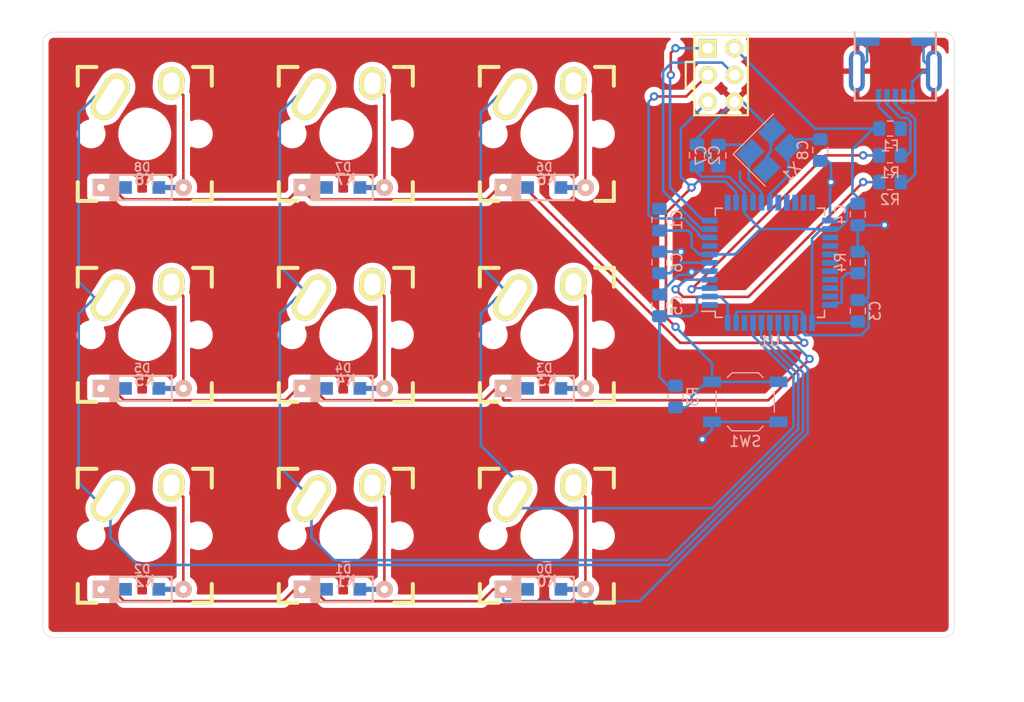
<source format=kicad_pcb>
(kicad_pcb (version 20171130) (host pcbnew 5.1.5-52549c5~84~ubuntu18.04.1)
  (layers (0 F.Cu signal) (31 B.Cu signal) (34 B.Paste user) (35 F.Paste user) (36 B.SilkS user) (37 F.SilkS user) (38 B.Mask user) (39 F.Mask user) (44 Edge.Cuts user))
  (net 0 "")
  (net 1 GND)
  (net 2 VCC)
  (net 3 "Net-(C6-Pad1)")
  (net 4 /xtalgnd/xtal1)
  (net 5 /xtalgnd/xtal2)
  (net 6 "Net-(D0-Pad2)")
  (net 7 Mrow0)
  (net 8 "Net-(D1-Pad2)")
  (net 9 "Net-(D2-Pad2)")
  (net 10 "Net-(D3-Pad2)")
  (net 11 Mrow1)
  (net 12 "Net-(D4-Pad2)")
  (net 13 "Net-(D5-Pad2)")
  (net 14 "Net-(D6-Pad2)")
  (net 15 Mrow2)
  (net 16 "Net-(D7-Pad2)")
  (net 17 "Net-(D8-Pad2)")
  (net 18 "Net-(F1-Pad2)")
  (net 19 "Net-(J1-Pad4)")
  (net 20 "Net-(J1-Pad3)")
  (net 21 "Net-(J1-Pad2)")
  (net 22 /resetSwitch/reset)
  (net 23 /avrisp/miso)
  (net 24 Mcol0)
  (net 25 Mcol1)
  (net 26 Mcol2)
  (net 27 "Net-(R1-Pad1)")
  (net 28 "Net-(R2-Pad1)")
  (net 29 "Net-(R4-Pad2)")
  (net 30 "Net-(U1-Pad42)")
  (net 31 "Net-(U1-Pad32)")
  (net 32 "Net-(U1-Pad31)")
  (net 33 "Net-(U1-Pad30)")
  (net 34 "Net-(U1-Pad29)")
  (net 35 "Net-(U1-Pad28)")
  (net 36 "Net-(U1-Pad27)")
  (net 37 "Net-(U1-Pad26)")
  (net 38 "Net-(U1-Pad25)")
  (net 39 "Net-(U1-Pad22)")
  (net 40 "Net-(U1-Pad21)")
  (net 41 "Net-(U1-Pad20)")
  (net 42 "Net-(U1-Pad19)")
  (net 43 "Net-(U1-Pad18)")
  (net 44 "Net-(U1-Pad12)")
  (net 45 "Net-(U1-Pad1)")
  (net 46 /avrisp/mosi)
  (net 47 /avrisp/sck)
  (net 48 "Net-(U1-Pad8)")
  (module keebs:Mx_Alps_100 (layer F.Cu) (at 132.588 73.66)
    (fp_text reference K6 (at 0 4.318) (layer B.SilkS) (effects (font (thickness 0.2)) (justify mirror)))
    (fp_text value KEYSW hide)
    (pad 2 thru_hole oval (at 2.52 -4.79 356.1) (size 2.5 3.08) (drill oval 1.5 2.08) (layers *.Cu *.Mask F.SilkS) (net 14 "Net-(D6-Pad2)"))
    (pad 1 thru_hole oval (at -3.255 -3.52 327.5) (size 2.5 4.75) (drill oval 1.5 3.75) (layers *.Cu *.Mask F.SilkS) (net 24 Mcol0))
    (pad HOLE np_thru_hole circle (at 5.08 0) (size 1.7018 1.7018) (drill 1.7018) (layers *.Cu))
    (pad HOLE np_thru_hole circle (at -5.08 0) (size 1.7018 1.7018) (drill 1.7018) (layers *.Cu))
    (pad HOLE np_thru_hole circle (at 0 0) (size 3.9878 3.9878) (drill 3.9878) (layers *.Cu))
  )
  (module keebs:Mx_Alps_100 (layer F.Cu) (at 132.588 111.76)
    (fp_text reference K0 (at 0 4.318) (layer B.SilkS) (effects (font (thickness 0.2)) (justify mirror)))
    (fp_text value KEYSW hide)
    (pad 2 thru_hole oval (at 2.52 -4.79 356.1) (size 2.5 3.08) (drill oval 1.5 2.08) (layers *.Cu *.Mask F.SilkS) (net 6 "Net-(D0-Pad2)"))
    (pad 1 thru_hole oval (at -3.255 -3.52 327.5) (size 2.5 4.75) (drill oval 1.5 3.75) (layers *.Cu *.Mask F.SilkS) (net 24 Mcol0))
    (pad HOLE np_thru_hole circle (at 5.08 0) (size 1.7018 1.7018) (drill 1.7018) (layers *.Cu))
    (pad HOLE np_thru_hole circle (at -5.08 0) (size 1.7018 1.7018) (drill 1.7018) (layers *.Cu))
    (pad HOLE np_thru_hole circle (at 0 0) (size 3.9878 3.9878) (drill 3.9878) (layers *.Cu))
  )
  (module Button_Switch_SMD:SW_SPST_TL3342 (layer B.Cu) (at 151.384 99.06)
    (fp_text reference SW1 (at 0 3.75) (layer B.SilkS) (effects (justify mirror)))
    (fp_text value SW_PUSH)
    (pad 2 smd rect (at 3.15 -1.9) (size 1.7 1) (layers B.Cu B.Paste B.Mask) (net 22 /resetSwitch/reset))
    (pad 2 smd rect (at -3.15 -1.9) (size 1.7 1) (layers B.Cu B.Paste B.Mask) (net 22 /resetSwitch/reset))
    (pad 1 smd rect (at 3.15 1.9) (size 1.7 1) (layers B.Cu B.Paste B.Mask) (net 1 GND))
    (pad 1 smd rect (at -3.15 1.9) (size 1.7 1) (layers B.Cu B.Paste B.Mask) (net 1 GND))
  )
  (module keyboard_parts:D_SOD123_axial (layer B.Cu) (at 94.243 78.74)
    (fp_text reference D8 (at 0 -1.925) (layer B.SilkS) (effects (font (size 0.8 0.8)) (justify mirror)))
    (fp_text value D hide)
    (pad 2 smd rect (at 2.7 0) (size 2.5 0.5) (layers B.Cu) (net 17 "Net-(D8-Pad2)"))
    (pad 1 smd rect (at -2.7 0) (size 2.5 0.5) (layers B.Cu) (net 15 Mrow2))
    (pad 2 thru_hole circle (at 3.9 0) (size 1.6 1.6) (drill 0.7) (layers *.Cu *.Mask B.SilkS) (net 17 "Net-(D8-Pad2)"))
    (pad 1 thru_hole rect (at -3.9 0) (size 1.6 1.6) (drill 0.7) (layers *.Cu *.Mask B.SilkS) (net 15 Mrow2))
    (pad 1 smd rect (at -1.575 0) (size 1.2 1.2) (layers B.Cu B.Paste B.Mask) (net 15 Mrow2))
    (pad 2 smd rect (at 1.575 0) (size 1.2 1.2) (layers B.Cu B.Paste B.Mask) (net 17 "Net-(D8-Pad2)"))
  )
  (module keyboard_parts:D_SOD123_axial (layer B.Cu) (at 113.293 78.74)
    (fp_text reference D7 (at 0 -1.925) (layer B.SilkS) (effects (font (size 0.8 0.8)) (justify mirror)))
    (fp_text value D hide)
    (pad 2 smd rect (at 2.7 0) (size 2.5 0.5) (layers B.Cu) (net 16 "Net-(D7-Pad2)"))
    (pad 1 smd rect (at -2.7 0) (size 2.5 0.5) (layers B.Cu) (net 15 Mrow2))
    (pad 2 thru_hole circle (at 3.9 0) (size 1.6 1.6) (drill 0.7) (layers *.Cu *.Mask B.SilkS) (net 16 "Net-(D7-Pad2)"))
    (pad 1 thru_hole rect (at -3.9 0) (size 1.6 1.6) (drill 0.7) (layers *.Cu *.Mask B.SilkS) (net 15 Mrow2))
    (pad 1 smd rect (at -1.575 0) (size 1.2 1.2) (layers B.Cu B.Paste B.Mask) (net 15 Mrow2))
    (pad 2 smd rect (at 1.575 0) (size 1.2 1.2) (layers B.Cu B.Paste B.Mask) (net 16 "Net-(D7-Pad2)"))
  )
  (module keyboard_parts:D_SOD123_axial (layer B.Cu) (at 132.343 78.74)
    (fp_text reference D6 (at 0 -1.925) (layer B.SilkS) (effects (font (size 0.8 0.8)) (justify mirror)))
    (fp_text value D hide)
    (pad 2 smd rect (at 2.7 0) (size 2.5 0.5) (layers B.Cu) (net 14 "Net-(D6-Pad2)"))
    (pad 1 smd rect (at -2.7 0) (size 2.5 0.5) (layers B.Cu) (net 15 Mrow2))
    (pad 2 thru_hole circle (at 3.9 0) (size 1.6 1.6) (drill 0.7) (layers *.Cu *.Mask B.SilkS) (net 14 "Net-(D6-Pad2)"))
    (pad 1 thru_hole rect (at -3.9 0) (size 1.6 1.6) (drill 0.7) (layers *.Cu *.Mask B.SilkS) (net 15 Mrow2))
    (pad 1 smd rect (at -1.575 0) (size 1.2 1.2) (layers B.Cu B.Paste B.Mask) (net 15 Mrow2))
    (pad 2 smd rect (at 1.575 0) (size 1.2 1.2) (layers B.Cu B.Paste B.Mask) (net 14 "Net-(D6-Pad2)"))
  )
  (module keyboard_parts:D_SOD123_axial (layer B.Cu) (at 94.243 97.79)
    (fp_text reference D5 (at 0 -1.925) (layer B.SilkS) (effects (font (size 0.8 0.8)) (justify mirror)))
    (fp_text value D hide)
    (pad 2 smd rect (at 2.7 0) (size 2.5 0.5) (layers B.Cu) (net 13 "Net-(D5-Pad2)"))
    (pad 1 smd rect (at -2.7 0) (size 2.5 0.5) (layers B.Cu) (net 11 Mrow1))
    (pad 2 thru_hole circle (at 3.9 0) (size 1.6 1.6) (drill 0.7) (layers *.Cu *.Mask B.SilkS) (net 13 "Net-(D5-Pad2)"))
    (pad 1 thru_hole rect (at -3.9 0) (size 1.6 1.6) (drill 0.7) (layers *.Cu *.Mask B.SilkS) (net 11 Mrow1))
    (pad 1 smd rect (at -1.575 0) (size 1.2 1.2) (layers B.Cu B.Paste B.Mask) (net 11 Mrow1))
    (pad 2 smd rect (at 1.575 0) (size 1.2 1.2) (layers B.Cu B.Paste B.Mask) (net 13 "Net-(D5-Pad2)"))
  )
  (module keyboard_parts:D_SOD123_axial (layer B.Cu) (at 113.293 97.79)
    (fp_text reference D4 (at 0 -1.925) (layer B.SilkS) (effects (font (size 0.8 0.8)) (justify mirror)))
    (fp_text value D hide)
    (pad 2 smd rect (at 2.7 0) (size 2.5 0.5) (layers B.Cu) (net 12 "Net-(D4-Pad2)"))
    (pad 1 smd rect (at -2.7 0) (size 2.5 0.5) (layers B.Cu) (net 11 Mrow1))
    (pad 2 thru_hole circle (at 3.9 0) (size 1.6 1.6) (drill 0.7) (layers *.Cu *.Mask B.SilkS) (net 12 "Net-(D4-Pad2)"))
    (pad 1 thru_hole rect (at -3.9 0) (size 1.6 1.6) (drill 0.7) (layers *.Cu *.Mask B.SilkS) (net 11 Mrow1))
    (pad 1 smd rect (at -1.575 0) (size 1.2 1.2) (layers B.Cu B.Paste B.Mask) (net 11 Mrow1))
    (pad 2 smd rect (at 1.575 0) (size 1.2 1.2) (layers B.Cu B.Paste B.Mask) (net 12 "Net-(D4-Pad2)"))
  )
  (module keyboard_parts:D_SOD123_axial (layer B.Cu) (at 132.343 97.79)
    (fp_text reference D3 (at 0 -1.925) (layer B.SilkS) (effects (font (size 0.8 0.8)) (justify mirror)))
    (fp_text value D hide)
    (pad 2 smd rect (at 2.7 0) (size 2.5 0.5) (layers B.Cu) (net 10 "Net-(D3-Pad2)"))
    (pad 1 smd rect (at -2.7 0) (size 2.5 0.5) (layers B.Cu) (net 11 Mrow1))
    (pad 2 thru_hole circle (at 3.9 0) (size 1.6 1.6) (drill 0.7) (layers *.Cu *.Mask B.SilkS) (net 10 "Net-(D3-Pad2)"))
    (pad 1 thru_hole rect (at -3.9 0) (size 1.6 1.6) (drill 0.7) (layers *.Cu *.Mask B.SilkS) (net 11 Mrow1))
    (pad 1 smd rect (at -1.575 0) (size 1.2 1.2) (layers B.Cu B.Paste B.Mask) (net 11 Mrow1))
    (pad 2 smd rect (at 1.575 0) (size 1.2 1.2) (layers B.Cu B.Paste B.Mask) (net 10 "Net-(D3-Pad2)"))
  )
  (module keyboard_parts:D_SOD123_axial (layer B.Cu) (at 94.243 116.84)
    (fp_text reference D2 (at 0 -1.925) (layer B.SilkS) (effects (font (size 0.8 0.8)) (justify mirror)))
    (fp_text value D hide)
    (pad 2 smd rect (at 2.7 0) (size 2.5 0.5) (layers B.Cu) (net 9 "Net-(D2-Pad2)"))
    (pad 1 smd rect (at -2.7 0) (size 2.5 0.5) (layers B.Cu) (net 7 Mrow0))
    (pad 2 thru_hole circle (at 3.9 0) (size 1.6 1.6) (drill 0.7) (layers *.Cu *.Mask B.SilkS) (net 9 "Net-(D2-Pad2)"))
    (pad 1 thru_hole rect (at -3.9 0) (size 1.6 1.6) (drill 0.7) (layers *.Cu *.Mask B.SilkS) (net 7 Mrow0))
    (pad 1 smd rect (at -1.575 0) (size 1.2 1.2) (layers B.Cu B.Paste B.Mask) (net 7 Mrow0))
    (pad 2 smd rect (at 1.575 0) (size 1.2 1.2) (layers B.Cu B.Paste B.Mask) (net 9 "Net-(D2-Pad2)"))
  )
  (module keyboard_parts:D_SOD123_axial (layer B.Cu) (at 113.293 116.84)
    (fp_text reference D1 (at 0 -1.925) (layer B.SilkS) (effects (font (size 0.8 0.8)) (justify mirror)))
    (fp_text value D hide)
    (pad 2 smd rect (at 2.7 0) (size 2.5 0.5) (layers B.Cu) (net 8 "Net-(D1-Pad2)"))
    (pad 1 smd rect (at -2.7 0) (size 2.5 0.5) (layers B.Cu) (net 7 Mrow0))
    (pad 2 thru_hole circle (at 3.9 0) (size 1.6 1.6) (drill 0.7) (layers *.Cu *.Mask B.SilkS) (net 8 "Net-(D1-Pad2)"))
    (pad 1 thru_hole rect (at -3.9 0) (size 1.6 1.6) (drill 0.7) (layers *.Cu *.Mask B.SilkS) (net 7 Mrow0))
    (pad 1 smd rect (at -1.575 0) (size 1.2 1.2) (layers B.Cu B.Paste B.Mask) (net 7 Mrow0))
    (pad 2 smd rect (at 1.575 0) (size 1.2 1.2) (layers B.Cu B.Paste B.Mask) (net 8 "Net-(D1-Pad2)"))
  )
  (module keyboard_parts:D_SOD123_axial (layer B.Cu) (at 132.343 116.84)
    (fp_text reference D0 (at 0 -1.925) (layer B.SilkS) (effects (font (size 0.8 0.8)) (justify mirror)))
    (fp_text value D hide)
    (pad 2 smd rect (at 2.7 0) (size 2.5 0.5) (layers B.Cu) (net 6 "Net-(D0-Pad2)"))
    (pad 1 smd rect (at -2.7 0) (size 2.5 0.5) (layers B.Cu) (net 7 Mrow0))
    (pad 2 thru_hole circle (at 3.9 0) (size 1.6 1.6) (drill 0.7) (layers *.Cu *.Mask B.SilkS) (net 6 "Net-(D0-Pad2)"))
    (pad 1 thru_hole rect (at -3.9 0) (size 1.6 1.6) (drill 0.7) (layers *.Cu *.Mask B.SilkS) (net 7 Mrow0))
    (pad 1 smd rect (at -1.575 0) (size 1.2 1.2) (layers B.Cu B.Paste B.Mask) (net 7 Mrow0))
    (pad 2 smd rect (at 1.575 0) (size 1.2 1.2) (layers B.Cu B.Paste B.Mask) (net 6 "Net-(D0-Pad2)"))
  )
  (module keyboard_parts:USB_miniB_hirose_5S8 (layer B.Cu) (at 165.608 70.104)
    (fp_text reference J1 hide)
    (fp_text value USB_mini_micro_B hide)
    (pad 6 thru_hole oval (at 3.65 -2.4) (size 1.5 4) (drill oval 0.7 3.2) (layers *.Cu *.Mask B.Paste) (net 1 GND))
    (pad 6 thru_hole oval (at -3.65 -2.4) (size 1.5 4) (drill oval 0.7 3.2) (layers *.Cu *.Mask B.Paste) (net 1 GND))
    (pad 5 smd rect (at 1.6 0) (size 0.5 1.4) (layers B.Cu B.Paste B.Mask) (net 1 GND))
    (pad 4 smd rect (at 0.8 0) (size 0.5 1.4) (layers B.Cu B.Paste B.Mask) (net 19 "Net-(J1-Pad4)"))
    (pad 3 smd rect (at 0 0) (size 0.5 1.4) (layers B.Cu B.Paste B.Mask) (net 20 "Net-(J1-Pad3)"))
    (pad 2 smd rect (at -0.8 0) (size 0.5 1.4) (layers B.Cu B.Paste B.Mask) (net 21 "Net-(J1-Pad2)"))
    (pad 1 smd rect (at -1.6 0) (size 0.5 1.4) (layers B.Cu B.Paste B.Mask) (net 18 "Net-(F1-Pad2)"))
    (pad 6 smd rect (at -2.675 -5.2) (size 2.35 0.8) (layers B.Cu B.Paste B.Mask) (net 1 GND))
    (pad 6 smd rect (at 2.675 -5.2) (size 2.35 0.8) (layers B.Cu B.Paste B.Mask) (net 1 GND))
  )
  (module Crystal:Crystal_SMD_SeikoEpson_TSX3225-4Pin_3.2x2.5mm_HandSoldering (layer B.Cu) (at 153.672326 75.184 45)
    (fp_text reference X1 (at 0 2.95 225) (layer B.SilkS) (effects (justify mirror)))
    (fp_text value XTAL_GND)
    (pad 4 smd rect (at -1.45 1.0875 45) (size 2.1 1.725) (layers B.Cu B.Paste B.Mask) (net 1 GND))
    (pad 3 smd rect (at 1.45 1.0875 45) (size 2.1 1.725) (layers B.Cu B.Paste B.Mask) (net 5 /xtalgnd/xtal2))
    (pad 2 smd rect (at 1.45 -1.0875 45) (size 2.1 1.725) (layers B.Cu B.Paste B.Mask) (net 1 GND))
    (pad 1 smd rect (at -1.45 -1.0875 45) (size 2.1 1.725) (layers B.Cu B.Paste B.Mask) (net 4 /xtalgnd/xtal1))
  )
  (module Package_QFP:TQFP-44_10x10mm_P0.8mm (layer B.Cu) (at 153.722 85.878)
    (fp_text reference U1 (at 0 7.45) (layer B.SilkS) (effects (justify mirror)))
    (fp_text value ATMEGA32U4)
    (pad 44 smd rect (at -4 5.7 270) (size 1.5 0.55) (layers B.Cu B.Paste B.Mask) (net 2 VCC))
    (pad 43 smd rect (at -3.2 5.7 270) (size 1.5 0.55) (layers B.Cu B.Paste B.Mask) (net 1 GND))
    (pad 42 smd rect (at -2.4 5.7 270) (size 1.5 0.55) (layers B.Cu B.Paste B.Mask) (net 30 "Net-(U1-Pad42)"))
    (pad 41 smd rect (at -1.6 5.7 270) (size 1.5 0.55) (layers B.Cu B.Paste B.Mask) (net 24 Mcol0))
    (pad 40 smd rect (at -0.8 5.7 270) (size 1.5 0.55) (layers B.Cu B.Paste B.Mask) (net 25 Mcol1))
    (pad 39 smd rect (at 0 5.7 270) (size 1.5 0.55) (layers B.Cu B.Paste B.Mask) (net 26 Mcol2))
    (pad 38 smd rect (at 0.8 5.7 270) (size 1.5 0.55) (layers B.Cu B.Paste B.Mask) (net 7 Mrow0))
    (pad 37 smd rect (at 1.6 5.7 270) (size 1.5 0.55) (layers B.Cu B.Paste B.Mask) (net 11 Mrow1))
    (pad 36 smd rect (at 2.4 5.7 270) (size 1.5 0.55) (layers B.Cu B.Paste B.Mask) (net 15 Mrow2))
    (pad 35 smd rect (at 3.2 5.7 270) (size 1.5 0.55) (layers B.Cu B.Paste B.Mask) (net 1 GND))
    (pad 34 smd rect (at 4 5.7 270) (size 1.5 0.55) (layers B.Cu B.Paste B.Mask) (net 2 VCC))
    (pad 33 smd rect (at 5.7 4) (size 1.5 0.55) (layers B.Cu B.Paste B.Mask) (net 29 "Net-(R4-Pad2)"))
    (pad 32 smd rect (at 5.7 3.2) (size 1.5 0.55) (layers B.Cu B.Paste B.Mask) (net 31 "Net-(U1-Pad32)"))
    (pad 31 smd rect (at 5.7 2.4) (size 1.5 0.55) (layers B.Cu B.Paste B.Mask) (net 32 "Net-(U1-Pad31)"))
    (pad 30 smd rect (at 5.7 1.6) (size 1.5 0.55) (layers B.Cu B.Paste B.Mask) (net 33 "Net-(U1-Pad30)"))
    (pad 29 smd rect (at 5.7 0.8) (size 1.5 0.55) (layers B.Cu B.Paste B.Mask) (net 34 "Net-(U1-Pad29)"))
    (pad 28 smd rect (at 5.7 0) (size 1.5 0.55) (layers B.Cu B.Paste B.Mask) (net 35 "Net-(U1-Pad28)"))
    (pad 27 smd rect (at 5.7 -0.8) (size 1.5 0.55) (layers B.Cu B.Paste B.Mask) (net 36 "Net-(U1-Pad27)"))
    (pad 26 smd rect (at 5.7 -1.6) (size 1.5 0.55) (layers B.Cu B.Paste B.Mask) (net 37 "Net-(U1-Pad26)"))
    (pad 25 smd rect (at 5.7 -2.4) (size 1.5 0.55) (layers B.Cu B.Paste B.Mask) (net 38 "Net-(U1-Pad25)"))
    (pad 24 smd rect (at 5.7 -3.2) (size 1.5 0.55) (layers B.Cu B.Paste B.Mask) (net 2 VCC))
    (pad 23 smd rect (at 5.7 -4) (size 1.5 0.55) (layers B.Cu B.Paste B.Mask) (net 1 GND))
    (pad 22 smd rect (at 4 -5.7 270) (size 1.5 0.55) (layers B.Cu B.Paste B.Mask) (net 39 "Net-(U1-Pad22)"))
    (pad 21 smd rect (at 3.2 -5.7 270) (size 1.5 0.55) (layers B.Cu B.Paste B.Mask) (net 40 "Net-(U1-Pad21)"))
    (pad 20 smd rect (at 2.4 -5.7 270) (size 1.5 0.55) (layers B.Cu B.Paste B.Mask) (net 41 "Net-(U1-Pad20)"))
    (pad 19 smd rect (at 1.6 -5.7 270) (size 1.5 0.55) (layers B.Cu B.Paste B.Mask) (net 42 "Net-(U1-Pad19)"))
    (pad 18 smd rect (at 0.8 -5.7 270) (size 1.5 0.55) (layers B.Cu B.Paste B.Mask) (net 43 "Net-(U1-Pad18)"))
    (pad 17 smd rect (at 0 -5.7 270) (size 1.5 0.55) (layers B.Cu B.Paste B.Mask) (net 5 /xtalgnd/xtal2))
    (pad 16 smd rect (at -0.8 -5.7 270) (size 1.5 0.55) (layers B.Cu B.Paste B.Mask) (net 4 /xtalgnd/xtal1))
    (pad 15 smd rect (at -1.6 -5.7 270) (size 1.5 0.55) (layers B.Cu B.Paste B.Mask) (net 1 GND))
    (pad 14 smd rect (at -2.4 -5.7 270) (size 1.5 0.55) (layers B.Cu B.Paste B.Mask) (net 2 VCC))
    (pad 13 smd rect (at -3.2 -5.7 270) (size 1.5 0.55) (layers B.Cu B.Paste B.Mask) (net 22 /resetSwitch/reset))
    (pad 12 smd rect (at -4 -5.7 270) (size 1.5 0.55) (layers B.Cu B.Paste B.Mask) (net 44 "Net-(U1-Pad12)"))
    (pad 11 smd rect (at -5.7 -4) (size 1.5 0.55) (layers B.Cu B.Paste B.Mask) (net 23 /avrisp/miso))
    (pad 10 smd rect (at -5.7 -3.2) (size 1.5 0.55) (layers B.Cu B.Paste B.Mask) (net 46 /avrisp/mosi))
    (pad 9 smd rect (at -5.7 -2.4) (size 1.5 0.55) (layers B.Cu B.Paste B.Mask) (net 47 /avrisp/sck))
    (pad 8 smd rect (at -5.7 -1.6) (size 1.5 0.55) (layers B.Cu B.Paste B.Mask) (net 48 "Net-(U1-Pad8)"))
    (pad 7 smd rect (at -5.7 -0.8) (size 1.5 0.55) (layers B.Cu B.Paste B.Mask) (net 2 VCC))
    (pad 6 smd rect (at -5.7 0) (size 1.5 0.55) (layers B.Cu B.Paste B.Mask) (net 3 "Net-(C6-Pad1)"))
    (pad 5 smd rect (at -5.7 0.8) (size 1.5 0.55) (layers B.Cu B.Paste B.Mask) (net 1 GND))
    (pad 4 smd rect (at -5.7 1.6) (size 1.5 0.55) (layers B.Cu B.Paste B.Mask) (net 28 "Net-(R2-Pad1)"))
    (pad 3 smd rect (at -5.7 2.4) (size 1.5 0.55) (layers B.Cu B.Paste B.Mask) (net 27 "Net-(R1-Pad1)"))
    (pad 2 smd rect (at -5.7 3.2) (size 1.5 0.55) (layers B.Cu B.Paste B.Mask) (net 2 VCC))
    (pad 1 smd rect (at -5.7 4) (size 1.5 0.55) (layers B.Cu B.Paste B.Mask) (net 45 "Net-(U1-Pad1)"))
  )
  (module Resistor_SMD:R_0805_2012Metric_Pad1.15x1.40mm_HandSolder (layer B.Cu) (at 162.052 85.843 270)
    (fp_text reference R4 (at 0 1.65 90) (layer B.SilkS) (effects (justify mirror)))
    (fp_text value 10k)
    (pad 2 smd roundrect (at 1.025 0 270) (size 1.15 1.4) (layers B.Cu B.Paste B.Mask) (roundrect_rratio 0.217391) (net 29 "Net-(R4-Pad2)"))
    (pad 1 smd roundrect (at -1.025 0 270) (size 1.15 1.4) (layers B.Cu B.Paste B.Mask) (roundrect_rratio 0.217391) (net 1 GND))
  )
  (module Resistor_SMD:R_0805_2012Metric_Pad1.15x1.40mm_HandSolder (layer B.Cu) (at 144.78 98.561 90)
    (fp_text reference R3 (at 0 1.65 270) (layer B.SilkS) (effects (justify mirror)))
    (fp_text value 10k)
    (pad 2 smd roundrect (at 1.025 0 90) (size 1.15 1.4) (layers B.Cu B.Paste B.Mask) (roundrect_rratio 0.217391) (net 2 VCC))
    (pad 1 smd roundrect (at -1.025 0 90) (size 1.15 1.4) (layers B.Cu B.Paste B.Mask) (roundrect_rratio 0.217391) (net 22 /resetSwitch/reset))
  )
  (module Resistor_SMD:R_0805_2012Metric_Pad1.15x1.40mm_HandSolder (layer B.Cu) (at 165.109 78.232)
    (fp_text reference R2 (at 0 1.65) (layer B.SilkS) (effects (justify mirror)))
    (fp_text value 22)
    (pad 2 smd roundrect (at 1.025 0) (size 1.15 1.4) (layers B.Cu B.Paste B.Mask) (roundrect_rratio 0.217391) (net 20 "Net-(J1-Pad3)"))
    (pad 1 smd roundrect (at -1.025 0) (size 1.15 1.4) (layers B.Cu B.Paste B.Mask) (roundrect_rratio 0.217391) (net 28 "Net-(R2-Pad1)"))
  )
  (module Resistor_SMD:R_0805_2012Metric_Pad1.15x1.40mm_HandSolder (layer B.Cu) (at 165.091 75.692)
    (fp_text reference R1 (at 0 1.65) (layer B.SilkS) (effects (justify mirror)))
    (fp_text value 22)
    (pad 2 smd roundrect (at 1.025 0) (size 1.15 1.4) (layers B.Cu B.Paste B.Mask) (roundrect_rratio 0.217391) (net 21 "Net-(J1-Pad2)"))
    (pad 1 smd roundrect (at -1.025 0) (size 1.15 1.4) (layers B.Cu B.Paste B.Mask) (roundrect_rratio 0.217391) (net 27 "Net-(R1-Pad1)"))
  )
  (module keebs:Mx_Alps_100 (layer F.Cu) (at 94.488 73.66)
    (fp_text reference K8 (at 0 4.318) (layer B.SilkS) (effects (font (thickness 0.2)) (justify mirror)))
    (fp_text value KEYSW hide)
    (pad 2 thru_hole oval (at 2.52 -4.79 356.1) (size 2.5 3.08) (drill oval 1.5 2.08) (layers *.Cu *.Mask F.SilkS) (net 17 "Net-(D8-Pad2)"))
    (pad 1 thru_hole oval (at -3.255 -3.52 327.5) (size 2.5 4.75) (drill oval 1.5 3.75) (layers *.Cu *.Mask F.SilkS) (net 26 Mcol2))
    (pad HOLE np_thru_hole circle (at 5.08 0) (size 1.7018 1.7018) (drill 1.7018) (layers *.Cu))
    (pad HOLE np_thru_hole circle (at -5.08 0) (size 1.7018 1.7018) (drill 1.7018) (layers *.Cu))
    (pad HOLE np_thru_hole circle (at 0 0) (size 3.9878 3.9878) (drill 3.9878) (layers *.Cu))
  )
  (module keebs:Mx_Alps_100 (layer F.Cu) (at 113.538 73.66)
    (fp_text reference K7 (at 0 4.318) (layer B.SilkS) (effects (font (thickness 0.2)) (justify mirror)))
    (fp_text value KEYSW hide)
    (pad 2 thru_hole oval (at 2.52 -4.79 356.1) (size 2.5 3.08) (drill oval 1.5 2.08) (layers *.Cu *.Mask F.SilkS) (net 16 "Net-(D7-Pad2)"))
    (pad 1 thru_hole oval (at -3.255 -3.52 327.5) (size 2.5 4.75) (drill oval 1.5 3.75) (layers *.Cu *.Mask F.SilkS) (net 25 Mcol1))
    (pad HOLE np_thru_hole circle (at 5.08 0) (size 1.7018 1.7018) (drill 1.7018) (layers *.Cu))
    (pad HOLE np_thru_hole circle (at -5.08 0) (size 1.7018 1.7018) (drill 1.7018) (layers *.Cu))
    (pad HOLE np_thru_hole circle (at 0 0) (size 3.9878 3.9878) (drill 3.9878) (layers *.Cu))
  )
  (module keebs:Mx_Alps_100 (layer F.Cu) (at 94.488 92.71)
    (fp_text reference K5 (at 0 4.318) (layer B.SilkS) (effects (font (thickness 0.2)) (justify mirror)))
    (fp_text value KEYSW hide)
    (pad 2 thru_hole oval (at 2.52 -4.79 356.1) (size 2.5 3.08) (drill oval 1.5 2.08) (layers *.Cu *.Mask F.SilkS) (net 13 "Net-(D5-Pad2)"))
    (pad 1 thru_hole oval (at -3.255 -3.52 327.5) (size 2.5 4.75) (drill oval 1.5 3.75) (layers *.Cu *.Mask F.SilkS) (net 26 Mcol2))
    (pad HOLE np_thru_hole circle (at 5.08 0) (size 1.7018 1.7018) (drill 1.7018) (layers *.Cu))
    (pad HOLE np_thru_hole circle (at -5.08 0) (size 1.7018 1.7018) (drill 1.7018) (layers *.Cu))
    (pad HOLE np_thru_hole circle (at 0 0) (size 3.9878 3.9878) (drill 3.9878) (layers *.Cu))
  )
  (module keebs:Mx_Alps_100 (layer F.Cu) (at 113.538 92.71)
    (fp_text reference K4 (at 0 4.318) (layer B.SilkS) (effects (font (thickness 0.2)) (justify mirror)))
    (fp_text value KEYSW hide)
    (pad 2 thru_hole oval (at 2.52 -4.79 356.1) (size 2.5 3.08) (drill oval 1.5 2.08) (layers *.Cu *.Mask F.SilkS) (net 12 "Net-(D4-Pad2)"))
    (pad 1 thru_hole oval (at -3.255 -3.52 327.5) (size 2.5 4.75) (drill oval 1.5 3.75) (layers *.Cu *.Mask F.SilkS) (net 25 Mcol1))
    (pad HOLE np_thru_hole circle (at 5.08 0) (size 1.7018 1.7018) (drill 1.7018) (layers *.Cu))
    (pad HOLE np_thru_hole circle (at -5.08 0) (size 1.7018 1.7018) (drill 1.7018) (layers *.Cu))
    (pad HOLE np_thru_hole circle (at 0 0) (size 3.9878 3.9878) (drill 3.9878) (layers *.Cu))
  )
  (module keebs:Mx_Alps_100 (layer F.Cu) (at 132.588 92.71)
    (fp_text reference K3 (at 0 4.318) (layer B.SilkS) (effects (font (thickness 0.2)) (justify mirror)))
    (fp_text value KEYSW hide)
    (pad 2 thru_hole oval (at 2.52 -4.79 356.1) (size 2.5 3.08) (drill oval 1.5 2.08) (layers *.Cu *.Mask F.SilkS) (net 10 "Net-(D3-Pad2)"))
    (pad 1 thru_hole oval (at -3.255 -3.52 327.5) (size 2.5 4.75) (drill oval 1.5 3.75) (layers *.Cu *.Mask F.SilkS) (net 24 Mcol0))
    (pad HOLE np_thru_hole circle (at 5.08 0) (size 1.7018 1.7018) (drill 1.7018) (layers *.Cu))
    (pad HOLE np_thru_hole circle (at -5.08 0) (size 1.7018 1.7018) (drill 1.7018) (layers *.Cu))
    (pad HOLE np_thru_hole circle (at 0 0) (size 3.9878 3.9878) (drill 3.9878) (layers *.Cu))
  )
  (module keebs:Mx_Alps_100 (layer F.Cu) (at 94.488 111.76)
    (fp_text reference K2 (at 0 4.318) (layer B.SilkS) (effects (font (thickness 0.2)) (justify mirror)))
    (fp_text value KEYSW hide)
    (pad 2 thru_hole oval (at 2.52 -4.79 356.1) (size 2.5 3.08) (drill oval 1.5 2.08) (layers *.Cu *.Mask F.SilkS) (net 9 "Net-(D2-Pad2)"))
    (pad 1 thru_hole oval (at -3.255 -3.52 327.5) (size 2.5 4.75) (drill oval 1.5 3.75) (layers *.Cu *.Mask F.SilkS) (net 26 Mcol2))
    (pad HOLE np_thru_hole circle (at 5.08 0) (size 1.7018 1.7018) (drill 1.7018) (layers *.Cu))
    (pad HOLE np_thru_hole circle (at -5.08 0) (size 1.7018 1.7018) (drill 1.7018) (layers *.Cu))
    (pad HOLE np_thru_hole circle (at 0 0) (size 3.9878 3.9878) (drill 3.9878) (layers *.Cu))
  )
  (module keebs:Mx_Alps_100 (layer F.Cu) (at 113.538 111.76)
    (fp_text reference K1 (at 0 4.318) (layer B.SilkS) (effects (font (thickness 0.2)) (justify mirror)))
    (fp_text value KEYSW hide)
    (pad 2 thru_hole oval (at 2.52 -4.79 356.1) (size 2.5 3.08) (drill oval 1.5 2.08) (layers *.Cu *.Mask F.SilkS) (net 8 "Net-(D1-Pad2)"))
    (pad 1 thru_hole oval (at -3.255 -3.52 327.5) (size 2.5 4.75) (drill oval 1.5 3.75) (layers *.Cu *.Mask F.SilkS) (net 25 Mcol1))
    (pad HOLE np_thru_hole circle (at 5.08 0) (size 1.7018 1.7018) (drill 1.7018) (layers *.Cu))
    (pad HOLE np_thru_hole circle (at -5.08 0) (size 1.7018 1.7018) (drill 1.7018) (layers *.Cu))
    (pad HOLE np_thru_hole circle (at 0 0) (size 3.9878 3.9878) (drill 3.9878) (layers *.Cu))
  )
  (module keyboard_parts:AVR_ICSP_3x2 (layer F.Cu) (at 149.098 68.072 270)
    (fp_text reference J2 hide)
    (fp_text value AVR-ISP-6 hide)
    (pad 6 thru_hole circle (at 2.54 -1.27 270) (size 1.7 1.7) (drill 1.016) (layers *.Cu *.Mask F.SilkS) (net 1 GND))
    (pad 5 thru_hole circle (at 2.54 1.27 270) (size 1.7 1.7) (drill 1.016) (layers *.Cu *.Mask F.SilkS) (net 22 /resetSwitch/reset))
    (pad 4 thru_hole circle (at 0 -1.27 270) (size 1.7 1.7) (drill 1.016) (layers *.Cu *.Mask F.SilkS) (net 46 /avrisp/mosi))
    (pad 3 thru_hole circle (at 0 1.27 270) (size 1.7 1.7) (drill 1.016) (layers *.Cu *.Mask F.SilkS) (net 47 /avrisp/sck))
    (pad 2 thru_hole circle (at -2.54 -1.27 270) (size 1.7 1.7) (drill 1.016) (layers *.Cu *.Mask F.SilkS) (net 2 VCC))
    (pad 1 thru_hole rect (at -2.54 1.27 270) (size 1.7 1.7) (drill 1.016) (layers *.Cu *.Mask F.SilkS) (net 23 /avrisp/miso))
  )
  (module Fuse:Fuse_0805_2012Metric_Pad1.15x1.40mm_HandSolder (layer B.Cu) (at 165.109 73.152)
    (fp_text reference F1 (at 0 1.65) (layer B.SilkS) (effects (justify mirror)))
    (fp_text value Polyfuse)
    (pad 2 smd roundrect (at 1.025 0) (size 1.15 1.4) (layers B.Cu B.Paste B.Mask) (roundrect_rratio 0.217391) (net 18 "Net-(F1-Pad2)"))
    (pad 1 smd roundrect (at -1.025 0) (size 1.15 1.4) (layers B.Cu B.Paste B.Mask) (roundrect_rratio 0.217391) (net 2 VCC))
  )
  (module Capacitor_SMD:C_0805_2012Metric_Pad1.15x1.40mm_HandSolder (layer B.Cu) (at 158.496 75.193 270)
    (fp_text reference C8 (at 0 1.65 270) (layer B.SilkS) (effects (justify mirror)))
    (fp_text value 22p)
    (pad 2 smd roundrect (at 1.025 0 270) (size 1.15 1.4) (layers B.Cu B.Paste B.Mask) (roundrect_rratio 0.217391) (net 1 GND))
    (pad 1 smd roundrect (at -1.025 0 270) (size 1.15 1.4) (layers B.Cu B.Paste B.Mask) (roundrect_rratio 0.217391) (net 5 /xtalgnd/xtal2))
  )
  (module Capacitor_SMD:C_0805_2012Metric_Pad1.15x1.40mm_HandSolder (layer B.Cu) (at 148.844 75.701 270)
    (fp_text reference C7 (at 0 1.65 270) (layer B.SilkS) (effects (justify mirror)))
    (fp_text value 22p)
    (pad 2 smd roundrect (at 1.025 0 270) (size 1.15 1.4) (layers B.Cu B.Paste B.Mask) (roundrect_rratio 0.217391) (net 1 GND))
    (pad 1 smd roundrect (at -1.025 0 270) (size 1.15 1.4) (layers B.Cu B.Paste B.Mask) (roundrect_rratio 0.217391) (net 4 /xtalgnd/xtal1))
  )
  (module Capacitor_SMD:C_0805_2012Metric_Pad1.15x1.40mm_HandSolder (layer B.Cu) (at 143.256 85.843 90)
    (fp_text reference C6 (at 0 1.65 270) (layer B.SilkS) (effects (justify mirror)))
    (fp_text value 1u)
    (pad 2 smd roundrect (at 1.025 0 90) (size 1.15 1.4) (layers B.Cu B.Paste B.Mask) (roundrect_rratio 0.217391) (net 1 GND))
    (pad 1 smd roundrect (at -1.025 0 90) (size 1.15 1.4) (layers B.Cu B.Paste B.Mask) (roundrect_rratio 0.217391) (net 3 "Net-(C6-Pad1)"))
  )
  (module Capacitor_SMD:C_0805_2012Metric_Pad1.15x1.40mm_HandSolder (layer B.Cu) (at 143.256 89.916 90)
    (fp_text reference C5 (at 0 1.65 90) (layer B.SilkS) (effects (justify mirror)))
    (fp_text value 4.7u)
    (pad 2 smd roundrect (at 1.025 0 90) (size 1.15 1.4) (layers B.Cu B.Paste B.Mask) (roundrect_rratio 0.217391) (net 1 GND))
    (pad 1 smd roundrect (at -1.025 0 90) (size 1.15 1.4) (layers B.Cu B.Paste B.Mask) (roundrect_rratio 0.217391) (net 2 VCC))
  )
  (module Capacitor_SMD:C_0805_2012Metric_Pad1.15x1.40mm_HandSolder (layer B.Cu) (at 162.052 81.289 270)
    (fp_text reference C4 (at 0 1.65 270) (layer B.SilkS) (effects (justify mirror)))
    (fp_text value 0.1u)
    (pad 2 smd roundrect (at 1.025 0 270) (size 1.15 1.4) (layers B.Cu B.Paste B.Mask) (roundrect_rratio 0.217391) (net 1 GND))
    (pad 1 smd roundrect (at -1.025 0 270) (size 1.15 1.4) (layers B.Cu B.Paste B.Mask) (roundrect_rratio 0.217391) (net 2 VCC))
  )
  (module Capacitor_SMD:C_0805_2012Metric_Pad1.15x1.40mm_HandSolder (layer B.Cu) (at 162.052 90.433 90)
    (fp_text reference C3 (at 0 1.65 90) (layer B.SilkS) (effects (justify mirror)))
    (fp_text value 0.1u)
    (pad 2 smd roundrect (at 1.025 0 90) (size 1.15 1.4) (layers B.Cu B.Paste B.Mask) (roundrect_rratio 0.217391) (net 1 GND))
    (pad 1 smd roundrect (at -1.025 0 90) (size 1.15 1.4) (layers B.Cu B.Paste B.Mask) (roundrect_rratio 0.217391) (net 2 VCC))
  )
  (module Capacitor_SMD:C_0805_2012Metric_Pad1.15x1.40mm_HandSolder (layer B.Cu) (at 146.812 75.683 90)
    (fp_text reference C2 (at 0 1.65 270) (layer B.SilkS) (effects (justify mirror)))
    (fp_text value 0.1u)
    (pad 2 smd roundrect (at 1.025 0 90) (size 1.15 1.4) (layers B.Cu B.Paste B.Mask) (roundrect_rratio 0.217391) (net 1 GND))
    (pad 1 smd roundrect (at -1.025 0 90) (size 1.15 1.4) (layers B.Cu B.Paste B.Mask) (roundrect_rratio 0.217391) (net 2 VCC))
  )
  (module Capacitor_SMD:C_0805_2012Metric_Pad1.15x1.40mm_HandSolder (layer B.Cu) (at 143.256 81.797 90)
    (fp_text reference C1 (at 0 1.65 270) (layer B.SilkS) (effects (justify mirror)))
    (fp_text value 0.1u)
    (pad 2 smd roundrect (at 1.025 0 90) (size 1.15 1.4) (layers B.Cu B.Paste B.Mask) (roundrect_rratio 0.217391) (net 1 GND))
    (pad 1 smd roundrect (at -1.025 0 90) (size 1.15 1.4) (layers B.Cu B.Paste B.Mask) (roundrect_rratio 0.217391) (net 2 VCC))
  )
  (gr_line (start 170.18 121.412) (end 164.592 121.412) (layer Edge.Cuts) (width 0.05))
  (gr_line (start 85.852 64.008) (end 170.18 64.008) (layer Edge.Cuts) (width 0.05))
  (gr_arc (start 85.852 65.024) (end 85.852 64.008) (angle -90) (layer Edge.Cuts) (width 0.05))
  (gr_line (start 84.836 120.396) (end 84.836 65.024) (layer Edge.Cuts) (width 0.05))
  (gr_line (start 85.852 121.412) (end 164.592 121.412) (layer Edge.Cuts) (width 0.05))
  (gr_arc (start 85.852 120.396) (end 84.836 120.396) (angle -90) (layer Edge.Cuts) (width 0.05))
  (gr_arc (start 170.18 120.396) (end 170.18 121.412) (angle -90) (layer Edge.Cuts) (width 0.05))
  (gr_line (start 171.196 65.024) (end 171.196 120.396) (layer Edge.Cuts) (width 0.05))
  (gr_arc (start 170.18 65.024) (end 171.196 65.024) (angle -90) (layer Edge.Cuts) (width 0.05))
  (segment (start 153.416 75.758524) (end 153.416 76.978283) (width 0.25) (layer B.Cu) (net 1))
  (segment (start 153.789257 75.385267) (end 153.416 75.758524) (width 0.25) (layer B.Cu) (net 1))
  (segment (start 153.789257 74.748871) (end 153.789257 75.385267) (width 0.25) (layer B.Cu) (net 1))
  (segment (start 153.928652 74.609476) (end 153.789257 74.748871) (width 0.25) (layer B.Cu) (net 1))
  (segment (start 153.928652 73.389717) (end 153.928652 74.609476) (width 0.25) (layer B.Cu) (net 1))
  (segment (start 152.122 79.34159) (end 150.876 78.09559) (width 0.25) (layer B.Cu) (net 1))
  (segment (start 152.122 80.178) (end 152.122 79.34159) (width 0.25) (layer B.Cu) (net 1))
  (segment (start 150.876 78.09559) (end 150.876 77.216) (width 0.25) (layer B.Cu) (net 1))
  (via (at 164.592 82.296) (size 0.8) (drill 0.4) (layers F.Cu B.Cu) (net 1))
  (segment (start 164.574 82.314) (end 164.592 82.296) (width 0.25) (layer B.Cu) (net 1))
  (segment (start 162.052 82.314) (end 164.574 82.314) (width 0.25) (layer B.Cu) (net 1))
  (segment (start 168.258 67.704) (end 169.258 67.704) (width 0.25) (layer B.Cu) (net 1))
  (segment (start 167.208 68.754) (end 168.258 67.704) (width 0.25) (layer B.Cu) (net 1))
  (segment (start 167.208 70.104) (end 167.208 68.754) (width 0.25) (layer B.Cu) (net 1))
  (segment (start 168.283 66.729) (end 169.258 67.704) (width 0.25) (layer B.Cu) (net 1))
  (segment (start 168.283 64.904) (end 168.283 66.729) (width 0.25) (layer B.Cu) (net 1))
  (segment (start 162.933 66.729) (end 161.958 67.704) (width 0.25) (layer B.Cu) (net 1))
  (segment (start 162.933 64.904) (end 162.933 66.729) (width 0.25) (layer B.Cu) (net 1))
  (via (at 159.512 78.232) (size 0.8) (drill 0.4) (layers F.Cu B.Cu) (net 1))
  (segment (start 159.422 78.322) (end 159.512 78.232) (width 0.25) (layer B.Cu) (net 1))
  (segment (start 159.422 81.878) (end 159.422 78.322) (width 0.25) (layer B.Cu) (net 1))
  (segment (start 159.512 78.232) (end 160.02 77.724) (width 0.25) (layer F.Cu) (net 1))
  (segment (start 160.02 77.724) (end 160.02 77.216) (width 0.25) (layer F.Cu) (net 1))
  (segment (start 159.196 76.218) (end 158.496 76.218) (width 0.25) (layer B.Cu) (net 1))
  (segment (start 159.512 76.534) (end 159.196 76.218) (width 0.25) (layer B.Cu) (net 1))
  (segment (start 159.512 78.232) (end 159.512 76.534) (width 0.25) (layer B.Cu) (net 1))
  (segment (start 151.150935 70.612) (end 150.368 70.612) (width 0.25) (layer B.Cu) (net 1))
  (segment (start 153.928652 73.389717) (end 151.150935 70.612) (width 0.25) (layer B.Cu) (net 1))
  (segment (start 150.522 90.578) (end 150.522 91.578) (width 0.25) (layer B.Cu) (net 1))
  (segment (start 156.657001 90.502999) (end 150.597001 90.502999) (width 0.25) (layer B.Cu) (net 1))
  (segment (start 150.597001 90.502999) (end 150.522 90.578) (width 0.25) (layer B.Cu) (net 1))
  (segment (start 156.922 90.767998) (end 156.657001 90.502999) (width 0.25) (layer B.Cu) (net 1))
  (segment (start 156.922 91.578) (end 156.922 90.767998) (width 0.25) (layer B.Cu) (net 1))
  (segment (start 163.07701 89.73301) (end 162.752 89.408) (width 0.25) (layer B.Cu) (net 1))
  (segment (start 163.07701 92.02118) (end 163.07701 89.73301) (width 0.25) (layer B.Cu) (net 1))
  (segment (start 157.086346 92.742346) (end 162.355844 92.742346) (width 0.25) (layer B.Cu) (net 1))
  (segment (start 162.355844 92.742346) (end 163.07701 92.02118) (width 0.25) (layer B.Cu) (net 1))
  (segment (start 156.922 92.578) (end 157.086346 92.742346) (width 0.25) (layer B.Cu) (net 1))
  (segment (start 156.922 91.578) (end 156.922 92.578) (width 0.25) (layer B.Cu) (net 1))
  (segment (start 162.752 84.818) (end 162.052 84.818) (width 0.25) (layer B.Cu) (net 1))
  (segment (start 163.07701 85.14301) (end 162.752 84.818) (width 0.25) (layer B.Cu) (net 1))
  (segment (start 163.07701 89.08299) (end 163.07701 85.14301) (width 0.25) (layer B.Cu) (net 1))
  (segment (start 162.752 89.408) (end 163.07701 89.08299) (width 0.25) (layer B.Cu) (net 1))
  (segment (start 162.052 89.408) (end 162.752 89.408) (width 0.25) (layer B.Cu) (net 1))
  (segment (start 162.052 84.818) (end 162.052 82.314) (width 0.25) (layer B.Cu) (net 1))
  (segment (start 165.1 82.296) (end 164.592 82.296) (width 0.25) (layer F.Cu) (net 1))
  (segment (start 153.434 100.96) (end 148.234 100.96) (width 0.25) (layer B.Cu) (net 1))
  (segment (start 154.534 100.96) (end 153.434 100.96) (width 0.25) (layer B.Cu) (net 1))
  (via (at 147.32 102.616) (size 0.8) (drill 0.4) (layers F.Cu B.Cu) (net 1))
  (segment (start 148.234 100.96) (end 148.234 101.702) (width 0.25) (layer B.Cu) (net 1))
  (segment (start 148.234 101.702) (end 147.32 102.616) (width 0.25) (layer B.Cu) (net 1))
  (segment (start 147.32 102.616) (end 146.812 103.124) (width 0.25) (layer F.Cu) (net 1))
  (via (at 146.304 86.753) (size 0.8) (drill 0.4) (layers F.Cu B.Cu) (net 1))
  (segment (start 148.022 86.678) (end 146.379 86.678) (width 0.25) (layer B.Cu) (net 1))
  (segment (start 146.379 86.678) (end 146.304 86.753) (width 0.25) (layer B.Cu) (net 1))
  (segment (start 146.304 86.753) (end 146.189 86.868) (width 0.25) (layer F.Cu) (net 1))
  (segment (start 146.189 86.868) (end 145.796 86.868) (width 0.25) (layer F.Cu) (net 1))
  (via (at 145.288 84.836) (size 0.8) (drill 0.4) (layers F.Cu B.Cu) (net 1))
  (segment (start 143.256 84.818) (end 145.27 84.818) (width 0.25) (layer B.Cu) (net 1))
  (segment (start 145.27 84.818) (end 145.288 84.836) (width 0.25) (layer B.Cu) (net 1))
  (segment (start 145.288 84.836) (end 145.796 84.836) (width 0.25) (layer F.Cu) (net 1))
  (segment (start 143.256 88.842998) (end 143.256 88.891) (width 0.25) (layer B.Cu) (net 1))
  (segment (start 145.071006 87.027992) (end 143.256 88.842998) (width 0.25) (layer B.Cu) (net 1))
  (segment (start 146.304 86.868) (end 146.14401 87.02799) (width 0.25) (layer B.Cu) (net 1))
  (segment (start 146.14401 87.02799) (end 145.071006 87.027992) (width 0.25) (layer B.Cu) (net 1))
  (segment (start 146.304 86.753) (end 146.304 86.868) (width 0.25) (layer B.Cu) (net 1))
  (segment (start 148.844 76.69) (end 146.812 74.658) (width 0.25) (layer B.Cu) (net 1))
  (segment (start 148.844 76.726) (end 148.844 76.69) (width 0.25) (layer B.Cu) (net 1))
  (segment (start 150.283 70.612) (end 150.368 70.612) (width 0.25) (layer B.Cu) (net 1))
  (segment (start 146.812 74.083) (end 150.283 70.612) (width 0.25) (layer B.Cu) (net 1))
  (segment (start 146.812 74.658) (end 146.812 74.083) (width 0.25) (layer B.Cu) (net 1))
  (segment (start 145.988 82.813) (end 146.304 83.129) (width 0.25) (layer B.Cu) (net 2))
  (segment (start 145.288 82.813) (end 145.988 82.813) (width 0.25) (layer B.Cu) (net 2))
  (segment (start 147.022 85.078) (end 148.022 85.078) (width 0.25) (layer B.Cu) (net 2))
  (segment (start 146.304 84.36) (end 147.022 85.078) (width 0.25) (layer B.Cu) (net 2))
  (segment (start 146.304 83.129) (end 146.304 84.36) (width 0.25) (layer B.Cu) (net 2))
  (segment (start 147.022 89.078) (end 148.022 89.078) (width 0.25) (layer B.Cu) (net 2))
  (segment (start 146.812 89.288) (end 147.022 89.078) (width 0.25) (layer B.Cu) (net 2))
  (segment (start 146.812 90.424) (end 146.812 89.288) (width 0.25) (layer B.Cu) (net 2))
  (segment (start 146.295 90.941) (end 146.812 90.424) (width 0.25) (layer B.Cu) (net 2))
  (segment (start 145.288 90.941) (end 146.295 90.941) (width 0.25) (layer B.Cu) (net 2))
  (segment (start 161.932 91.578) (end 162.052 91.458) (width 0.25) (layer B.Cu) (net 2))
  (segment (start 157.722 91.578) (end 161.932 91.578) (width 0.25) (layer B.Cu) (net 2))
  (segment (start 151.322 81.178) (end 151.322 80.178) (width 0.25) (layer B.Cu) (net 2))
  (segment (start 152.822 82.678) (end 151.322 81.178) (width 0.25) (layer B.Cu) (net 2))
  (segment (start 159.422 82.678) (end 152.822 82.678) (width 0.25) (layer B.Cu) (net 2))
  (segment (start 150.422 85.078) (end 148.022 85.078) (width 0.25) (layer B.Cu) (net 2))
  (segment (start 152.822 82.678) (end 150.422 85.078) (width 0.25) (layer B.Cu) (net 2))
  (segment (start 161.352 80.264) (end 162.052 80.264) (width 0.25) (layer B.Cu) (net 2))
  (segment (start 161.02699 80.58901) (end 161.352 80.264) (width 0.25) (layer B.Cu) (net 2))
  (segment (start 160.232002 82.678) (end 161.02699 81.883012) (width 0.25) (layer B.Cu) (net 2))
  (segment (start 161.02699 81.883012) (end 161.02699 80.58901) (width 0.25) (layer B.Cu) (net 2))
  (segment (start 159.422 82.678) (end 160.232002 82.678) (width 0.25) (layer B.Cu) (net 2))
  (segment (start 157.722 83.567998) (end 158.485998 82.804) (width 0.25) (layer B.Cu) (net 2))
  (segment (start 157.722 91.578) (end 157.722 83.567998) (width 0.25) (layer B.Cu) (net 2))
  (segment (start 159.296 82.804) (end 159.422 82.678) (width 0.25) (layer B.Cu) (net 2))
  (segment (start 158.485998 82.804) (end 159.296 82.804) (width 0.25) (layer B.Cu) (net 2))
  (segment (start 149.022 89.078) (end 148.022 89.078) (width 0.25) (layer B.Cu) (net 2))
  (segment (start 149.722 89.778) (end 149.022 89.078) (width 0.25) (layer B.Cu) (net 2))
  (segment (start 149.722 91.578) (end 149.722 89.778) (width 0.25) (layer B.Cu) (net 2))
  (segment (start 163.509 73.152) (end 164.084 73.152) (width 0.25) (layer B.Cu) (net 2))
  (segment (start 161.544 79.181) (end 161.544 75.117) (width 0.25) (layer B.Cu) (net 2))
  (segment (start 161.544 75.117) (end 163.509 73.152) (width 0.25) (layer B.Cu) (net 2))
  (segment (start 162.052 80.264) (end 162.052 79.689) (width 0.25) (layer B.Cu) (net 2))
  (segment (start 162.052 79.689) (end 161.544 79.181) (width 0.25) (layer B.Cu) (net 2))
  (segment (start 145.288 90.941) (end 143.256 90.941) (width 0.25) (layer B.Cu) (net 2))
  (segment (start 147.253 77.724) (end 146.812 77.283) (width 0.25) (layer B.Cu) (net 2))
  (segment (start 149.868 77.724) (end 147.253 77.724) (width 0.25) (layer B.Cu) (net 2))
  (segment (start 151.322 79.178) (end 149.868 77.724) (width 0.25) (layer B.Cu) (net 2))
  (segment (start 146.812 77.283) (end 146.812 76.708) (width 0.25) (layer B.Cu) (net 2))
  (segment (start 151.322 80.178) (end 151.322 79.178) (width 0.25) (layer B.Cu) (net 2))
  (segment (start 157.988 73.152) (end 150.368 65.532) (width 0.25) (layer B.Cu) (net 2))
  (segment (start 164.084 73.152) (end 157.988 73.152) (width 0.25) (layer B.Cu) (net 2))
  (segment (start 145.279 82.822) (end 143.256 82.822) (width 0.25) (layer B.Cu) (net 2))
  (segment (start 145.288 82.813) (end 145.279 82.822) (width 0.25) (layer B.Cu) (net 2))
  (segment (start 143.256 91.516) (end 143.256 90.941) (width 0.25) (layer B.Cu) (net 2))
  (segment (start 143.256 96.712) (end 143.256 91.516) (width 0.25) (layer B.Cu) (net 2))
  (segment (start 144.08 97.536) (end 143.256 96.712) (width 0.25) (layer B.Cu) (net 2))
  (segment (start 144.78 97.536) (end 144.08 97.536) (width 0.25) (layer B.Cu) (net 2))
  (segment (start 144.272 86.868) (end 143.256 86.868) (width 0.25) (layer B.Cu) (net 3))
  (segment (start 148.022 85.878) (end 145.262 85.878) (width 0.25) (layer B.Cu) (net 3))
  (segment (start 145.262 85.878) (end 144.272 86.868) (width 0.25) (layer B.Cu) (net 3))
  (segment (start 151.113717 74.676) (end 148.844 74.676) (width 0.25) (layer B.Cu) (net 4))
  (segment (start 151.878043 75.440326) (end 151.113717 74.676) (width 0.25) (layer B.Cu) (net 4))
  (segment (start 152.922 79.178) (end 152.922 80.178) (width 0.25) (layer B.Cu) (net 4))
  (segment (start 151.738648 75.831395) (end 151.738648 77.994648) (width 0.25) (layer B.Cu) (net 4))
  (segment (start 151.878043 75.440326) (end 151.878043 75.692) (width 0.25) (layer B.Cu) (net 4))
  (segment (start 151.738648 77.994648) (end 152.922 79.178) (width 0.25) (layer B.Cu) (net 4))
  (segment (start 151.878043 75.692) (end 151.738648 75.831395) (width 0.25) (layer B.Cu) (net 4))
  (segment (start 155.466609 74.927674) (end 156.226283 74.168) (width 0.25) (layer B.Cu) (net 5))
  (segment (start 156.226283 74.168) (end 158.496 74.168) (width 0.25) (layer B.Cu) (net 5))
  (segment (start 153.722 79.367998) (end 153.722 80.178) (width 0.25) (layer B.Cu) (net 5))
  (segment (start 155.466609 77.623389) (end 153.722 79.367998) (width 0.25) (layer B.Cu) (net 5))
  (segment (start 155.466609 74.927674) (end 155.466609 77.623389) (width 0.25) (layer B.Cu) (net 5))
  (segment (start 136.243 108.105) (end 135.108 106.97) (width 0.25) (layer F.Cu) (net 6))
  (segment (start 136.243 116.84) (end 136.243 108.105) (width 0.25) (layer F.Cu) (net 6))
  (segment (start 90.343 116.84) (end 91.393 116.84) (width 0.25) (layer F.Cu) (net 7))
  (segment (start 92.518001 117.965001) (end 107.586999 117.965001) (width 0.25) (layer F.Cu) (net 7))
  (segment (start 91.393 116.84) (end 92.518001 117.965001) (width 0.25) (layer F.Cu) (net 7))
  (segment (start 107.586999 117.965001) (end 108.712 116.84) (width 0.25) (layer F.Cu) (net 7))
  (segment (start 108.712 116.84) (end 109.393 116.84) (width 0.25) (layer F.Cu) (net 7))
  (segment (start 111.568001 117.965001) (end 126.382999 117.965001) (width 0.25) (layer F.Cu) (net 7))
  (segment (start 109.393 116.84) (end 110.443 116.84) (width 0.25) (layer F.Cu) (net 7))
  (segment (start 110.443 116.84) (end 111.568001 117.965001) (width 0.25) (layer F.Cu) (net 7))
  (segment (start 126.382999 117.965001) (end 127.508 116.84) (width 0.25) (layer F.Cu) (net 7))
  (segment (start 127.508 116.84) (end 128.443 116.84) (width 0.25) (layer F.Cu) (net 7))
  (segment (start 141.373231 117.965001) (end 128.518001 117.965001) (width 0.25) (layer B.Cu) (net 7))
  (segment (start 154.522 91.578) (end 154.522 93.111004) (width 0.25) (layer B.Cu) (net 7))
  (segment (start 154.522 93.111004) (end 157.306027 95.895031) (width 0.25) (layer B.Cu) (net 7))
  (segment (start 157.306027 102.032205) (end 141.373231 117.965001) (width 0.25) (layer B.Cu) (net 7))
  (segment (start 157.306027 95.895031) (end 157.306027 102.032205) (width 0.25) (layer B.Cu) (net 7))
  (segment (start 128.443 117.89) (end 128.443 116.84) (width 0.25) (layer B.Cu) (net 7))
  (segment (start 128.518001 117.965001) (end 128.443 117.89) (width 0.25) (layer B.Cu) (net 7))
  (segment (start 117.193 108.105) (end 116.058 106.97) (width 0.25) (layer F.Cu) (net 8))
  (segment (start 117.193 116.84) (end 117.193 108.105) (width 0.25) (layer F.Cu) (net 8))
  (segment (start 98.143 108.105) (end 97.008 106.97) (width 0.25) (layer F.Cu) (net 9))
  (segment (start 98.143 116.84) (end 98.143 108.105) (width 0.25) (layer F.Cu) (net 9))
  (segment (start 136.243 89.055) (end 135.108 87.92) (width 0.25) (layer F.Cu) (net 10))
  (segment (start 136.243 97.79) (end 136.243 89.055) (width 0.25) (layer F.Cu) (net 10))
  (segment (start 108.966 97.79) (end 109.393 97.79) (width 0.25) (layer F.Cu) (net 11))
  (segment (start 107.840999 98.915001) (end 108.966 97.79) (width 0.25) (layer F.Cu) (net 11))
  (segment (start 92.518001 98.915001) (end 107.840999 98.915001) (width 0.25) (layer F.Cu) (net 11))
  (segment (start 90.343 97.79) (end 91.393 97.79) (width 0.25) (layer F.Cu) (net 11))
  (segment (start 91.393 97.79) (end 92.518001 98.915001) (width 0.25) (layer F.Cu) (net 11))
  (segment (start 127.762 97.79) (end 128.443 97.79) (width 0.25) (layer F.Cu) (net 11))
  (segment (start 126.636999 98.915001) (end 127.762 97.79) (width 0.25) (layer F.Cu) (net 11))
  (segment (start 111.568001 98.915001) (end 126.636999 98.915001) (width 0.25) (layer F.Cu) (net 11))
  (segment (start 109.393 97.79) (end 110.443 97.79) (width 0.25) (layer F.Cu) (net 11))
  (segment (start 110.443 97.79) (end 111.568001 98.915001) (width 0.25) (layer F.Cu) (net 11))
  (segment (start 128.443 97.79) (end 128.443 98.84) (width 0.25) (layer F.Cu) (net 11))
  (segment (start 128.443 98.84) (end 128.518001 98.915001) (width 0.25) (layer F.Cu) (net 11))
  (segment (start 157.080001 95.395999) (end 157.48 94.996) (width 0.25) (layer F.Cu) (net 11))
  (segment (start 128.518001 98.915001) (end 153.560999 98.915001) (width 0.25) (layer F.Cu) (net 11))
  (segment (start 153.560999 98.915001) (end 157.080001 95.395999) (width 0.25) (layer F.Cu) (net 11))
  (via (at 157.48 94.996) (size 0.8) (drill 0.4) (layers F.Cu B.Cu) (net 11))
  (segment (start 155.322 91.578) (end 155.322 92.838) (width 0.25) (layer B.Cu) (net 11))
  (segment (start 157.080001 94.596001) (end 157.48 94.996) (width 0.25) (layer B.Cu) (net 11))
  (segment (start 155.322 92.838) (end 157.080001 94.596001) (width 0.25) (layer B.Cu) (net 11))
  (segment (start 117.193 89.055) (end 116.058 87.92) (width 0.25) (layer F.Cu) (net 12))
  (segment (start 117.193 97.79) (end 117.193 89.055) (width 0.25) (layer F.Cu) (net 12))
  (segment (start 98.143 89.055) (end 97.008 87.92) (width 0.25) (layer F.Cu) (net 13))
  (segment (start 98.143 97.79) (end 98.143 89.055) (width 0.25) (layer F.Cu) (net 13))
  (segment (start 136.243 70.005) (end 135.108 68.87) (width 0.25) (layer F.Cu) (net 14))
  (segment (start 136.243 78.74) (end 136.243 70.005) (width 0.25) (layer F.Cu) (net 14))
  (segment (start 92.518001 79.865001) (end 108.094999 79.865001) (width 0.25) (layer F.Cu) (net 15))
  (segment (start 90.343 78.74) (end 91.393 78.74) (width 0.25) (layer F.Cu) (net 15))
  (segment (start 91.393 78.74) (end 92.518001 79.865001) (width 0.25) (layer F.Cu) (net 15))
  (segment (start 109.22 78.74) (end 109.393 78.74) (width 0.25) (layer F.Cu) (net 15))
  (segment (start 108.094999 79.865001) (end 109.22 78.74) (width 0.25) (layer F.Cu) (net 15))
  (segment (start 128.016 78.74) (end 128.443 78.74) (width 0.25) (layer F.Cu) (net 15))
  (segment (start 126.890999 79.865001) (end 128.016 78.74) (width 0.25) (layer F.Cu) (net 15))
  (segment (start 110.345001 79.865001) (end 126.890999 79.865001) (width 0.25) (layer F.Cu) (net 15))
  (segment (start 109.393 78.74) (end 109.393 78.913) (width 0.25) (layer F.Cu) (net 15))
  (segment (start 109.393 78.913) (end 110.345001 79.865001) (width 0.25) (layer F.Cu) (net 15))
  (via (at 156.976653 93.467347) (size 0.8) (drill 0.4) (layers F.Cu B.Cu) (net 15))
  (segment (start 156.122 91.578) (end 156.122 92.612694) (width 0.25) (layer B.Cu) (net 15))
  (segment (start 156.122 92.612694) (end 156.976653 93.467347) (width 0.25) (layer B.Cu) (net 15))
  (segment (start 129.493 78.74) (end 128.443 78.74) (width 0.25) (layer F.Cu) (net 15))
  (segment (start 130.499002 78.74) (end 129.493 78.74) (width 0.25) (layer F.Cu) (net 15))
  (segment (start 145.226349 93.467347) (end 130.499002 78.74) (width 0.25) (layer F.Cu) (net 15))
  (segment (start 156.976653 93.467347) (end 145.226349 93.467347) (width 0.25) (layer F.Cu) (net 15))
  (segment (start 117.193 70.005) (end 116.058 68.87) (width 0.25) (layer F.Cu) (net 16))
  (segment (start 117.193 78.74) (end 117.193 70.005) (width 0.25) (layer F.Cu) (net 16))
  (segment (start 98.143 70.005) (end 97.008 68.87) (width 0.25) (layer F.Cu) (net 17))
  (segment (start 98.143 78.74) (end 98.143 70.005) (width 0.25) (layer F.Cu) (net 17))
  (segment (start 166.106 73.152) (end 166.134 73.152) (width 0.25) (layer B.Cu) (net 18))
  (segment (start 164.008 71.054) (end 166.106 73.152) (width 0.25) (layer B.Cu) (net 18))
  (segment (start 164.008 70.104) (end 164.008 71.054) (width 0.25) (layer B.Cu) (net 18))
  (segment (start 167.484019 77.456981) (end 166.709 78.232) (width 0.25) (layer B.Cu) (net 20))
  (segment (start 166.709 78.232) (end 166.134 78.232) (width 0.25) (layer B.Cu) (net 20))
  (segment (start 167.484019 72.277419) (end 167.484019 77.456981) (width 0.25) (layer B.Cu) (net 20))
  (segment (start 166.883581 71.676981) (end 167.484019 72.277419) (width 0.25) (layer B.Cu) (net 20))
  (segment (start 166.445978 71.67698) (end 166.883581 71.676981) (width 0.25) (layer B.Cu) (net 20))
  (segment (start 165.608 70.839002) (end 166.445978 71.67698) (width 0.25) (layer B.Cu) (net 20))
  (segment (start 165.608 70.104) (end 165.608 70.839002) (width 0.25) (layer B.Cu) (net 20))
  (segment (start 166.691 75.692) (end 166.116 75.692) (width 0.25) (layer B.Cu) (net 21))
  (segment (start 167.03401 75.34899) (end 166.691 75.692) (width 0.25) (layer B.Cu) (net 21))
  (segment (start 167.03401 72.46382) (end 167.03401 75.34899) (width 0.25) (layer B.Cu) (net 21))
  (segment (start 166.69718 72.12699) (end 167.03401 72.46382) (width 0.25) (layer B.Cu) (net 21))
  (segment (start 166.095988 72.12699) (end 166.69718 72.12699) (width 0.25) (layer B.Cu) (net 21))
  (segment (start 164.808 70.839002) (end 166.095988 72.12699) (width 0.25) (layer B.Cu) (net 21))
  (segment (start 164.808 70.104) (end 164.808 70.839002) (width 0.25) (layer B.Cu) (net 21))
  (segment (start 149.334 97.16) (end 154.534 97.16) (width 0.25) (layer B.Cu) (net 22))
  (segment (start 148.234 97.16) (end 149.334 97.16) (width 0.25) (layer B.Cu) (net 22))
  (segment (start 150.522 80.178) (end 150.522 79.178) (width 0.25) (layer B.Cu) (net 22))
  (segment (start 150.522 79.178) (end 149.51801 78.17401) (width 0.25) (layer B.Cu) (net 22))
  (via (at 146.304 78.74) (size 0.8) (drill 0.4) (layers F.Cu B.Cu) (net 22))
  (segment (start 146.86999 78.17401) (end 146.304 78.74) (width 0.25) (layer B.Cu) (net 22))
  (segment (start 149.51801 78.17401) (end 146.86999 78.17401) (width 0.25) (layer B.Cu) (net 22))
  (via (at 144.780004 91.948) (size 0.8) (drill 0.4) (layers F.Cu B.Cu) (net 22))
  (segment (start 146.304 78.74) (end 143.871997 81.172003) (width 0.25) (layer F.Cu) (net 22))
  (segment (start 148.234 95.401996) (end 145.180003 92.347999) (width 0.25) (layer B.Cu) (net 22))
  (segment (start 145.180003 92.347999) (end 144.780004 91.948) (width 0.25) (layer B.Cu) (net 22))
  (segment (start 148.234 97.16) (end 148.234 95.401996) (width 0.25) (layer B.Cu) (net 22))
  (segment (start 144.380005 91.548001) (end 144.780004 91.948) (width 0.25) (layer F.Cu) (net 22))
  (segment (start 143.871997 91.039993) (end 144.380005 91.548001) (width 0.25) (layer F.Cu) (net 22))
  (segment (start 143.871997 81.172003) (end 143.871997 91.039993) (width 0.25) (layer F.Cu) (net 22))
  (segment (start 145.778 99.586) (end 144.78 99.586) (width 0.25) (layer B.Cu) (net 22))
  (segment (start 146.304 99.06) (end 145.778 99.586) (width 0.25) (layer B.Cu) (net 22))
  (segment (start 148.234 97.16) (end 147.696 97.16) (width 0.25) (layer B.Cu) (net 22))
  (segment (start 146.304 98.552) (end 146.304 99.06) (width 0.25) (layer B.Cu) (net 22))
  (segment (start 147.696 97.16) (end 146.304 98.552) (width 0.25) (layer B.Cu) (net 22))
  (segment (start 145.288 73.152) (end 147.828 70.612) (width 0.25) (layer B.Cu) (net 22))
  (segment (start 146.304 78.74) (end 145.288 77.724) (width 0.25) (layer B.Cu) (net 22))
  (segment (start 145.288 77.724) (end 145.288 73.152) (width 0.25) (layer B.Cu) (net 22))
  (via (at 144.78 65.532) (size 0.8) (drill 0.4) (layers F.Cu B.Cu) (net 23))
  (segment (start 147.828 65.532) (end 144.78 65.532) (width 0.25) (layer B.Cu) (net 23))
  (segment (start 148.022 81.878) (end 147.41 81.878) (width 0.25) (layer B.Cu) (net 23))
  (segment (start 144.26299 68.144161) (end 144.329999 68.077152) (width 0.25) (layer B.Cu) (net 23))
  (segment (start 144.329999 68.077152) (end 144.329999 65.982001) (width 0.25) (layer F.Cu) (net 23))
  (via (at 144.329999 68.077152) (size 0.8) (drill 0.4) (layers F.Cu B.Cu) (net 23))
  (segment (start 147.41 81.878) (end 144.26299 78.73099) (width 0.25) (layer B.Cu) (net 23))
  (segment (start 144.26299 78.73099) (end 144.26299 70.45101) (width 0.25) (layer B.Cu) (net 23))
  (segment (start 144.26299 70.45101) (end 144.26299 68.144161) (width 0.25) (layer B.Cu) (net 23))
  (segment (start 144.329999 65.982001) (end 144.78 65.532) (width 0.25) (layer F.Cu) (net 23))
  (segment (start 127.85089 89.19) (end 129.333 89.19) (width 0.25) (layer B.Cu) (net 24))
  (segment (start 126.332099 90.708791) (end 127.85089 89.19) (width 0.25) (layer B.Cu) (net 24))
  (segment (start 126.332099 103.198898) (end 126.332099 90.708791) (width 0.25) (layer B.Cu) (net 24))
  (segment (start 129.333 106.199799) (end 126.332099 103.198898) (width 0.25) (layer B.Cu) (net 24))
  (segment (start 129.333 108.24) (end 129.333 106.199799) (width 0.25) (layer B.Cu) (net 24))
  (segment (start 127.85089 70.14) (end 129.333 70.14) (width 0.25) (layer B.Cu) (net 24))
  (segment (start 126.332099 71.658791) (end 127.85089 70.14) (width 0.25) (layer B.Cu) (net 24))
  (segment (start 126.332099 86.189099) (end 126.332099 71.658791) (width 0.25) (layer B.Cu) (net 24))
  (segment (start 129.333 89.19) (end 126.332099 86.189099) (width 0.25) (layer B.Cu) (net 24))
  (segment (start 152.122 92.81441) (end 155.956 96.64841) (width 0.25) (layer B.Cu) (net 24))
  (segment (start 152.122 91.578) (end 152.122 92.81441) (width 0.25) (layer B.Cu) (net 24))
  (segment (start 130.238343 109.145343) (end 129.333 108.24) (width 0.25) (layer B.Cu) (net 24))
  (segment (start 148.283659 109.145343) (end 130.238343 109.145343) (width 0.25) (layer B.Cu) (net 24))
  (segment (start 155.956 96.64841) (end 155.956 101.473002) (width 0.25) (layer B.Cu) (net 24))
  (segment (start 155.956 101.473002) (end 148.283659 109.145343) (width 0.25) (layer B.Cu) (net 24))
  (segment (start 109.377657 88.284657) (end 110.283 89.19) (width 0.25) (layer B.Cu) (net 25))
  (segment (start 107.282099 86.189099) (end 109.377657 88.284657) (width 0.25) (layer B.Cu) (net 25))
  (segment (start 108.80089 70.14) (end 107.282099 71.658791) (width 0.25) (layer B.Cu) (net 25))
  (segment (start 107.282099 71.658791) (end 107.282099 86.189099) (width 0.25) (layer B.Cu) (net 25))
  (segment (start 110.283 70.14) (end 108.80089 70.14) (width 0.25) (layer B.Cu) (net 25))
  (segment (start 109.377657 107.334657) (end 110.283 108.24) (width 0.25) (layer B.Cu) (net 25))
  (segment (start 107.282099 105.239099) (end 109.377657 107.334657) (width 0.25) (layer B.Cu) (net 25))
  (segment (start 108.80089 89.19) (end 107.282099 90.708791) (width 0.25) (layer B.Cu) (net 25))
  (segment (start 107.282099 90.708791) (end 107.282099 105.239099) (width 0.25) (layer B.Cu) (net 25))
  (segment (start 110.283 89.19) (end 108.80089 89.19) (width 0.25) (layer B.Cu) (net 25))
  (segment (start 110.283 110.280201) (end 110.283 108.24) (width 0.25) (layer B.Cu) (net 25))
  (segment (start 110.283 111.936974) (end 110.283 110.280201) (width 0.25) (layer B.Cu) (net 25))
  (segment (start 112.424927 114.078901) (end 110.283 111.936974) (width 0.25) (layer B.Cu) (net 25))
  (segment (start 143.986511 114.078901) (end 112.424927 114.078901) (width 0.25) (layer B.Cu) (net 25))
  (segment (start 156.406009 101.659403) (end 143.986511 114.078901) (width 0.25) (layer B.Cu) (net 25))
  (segment (start 156.40601 96.46201) (end 156.406009 101.659403) (width 0.25) (layer B.Cu) (net 25))
  (segment (start 152.922 92.978) (end 156.40601 96.46201) (width 0.25) (layer B.Cu) (net 25))
  (segment (start 152.922 91.578) (end 152.922 92.978) (width 0.25) (layer B.Cu) (net 25))
  (segment (start 88.232099 90.708791) (end 89.75089 89.19) (width 0.25) (layer B.Cu) (net 26))
  (segment (start 88.232099 106.721209) (end 88.232099 90.708791) (width 0.25) (layer B.Cu) (net 26))
  (segment (start 89.75089 108.24) (end 88.232099 106.721209) (width 0.25) (layer B.Cu) (net 26))
  (segment (start 91.233 108.24) (end 89.75089 108.24) (width 0.25) (layer B.Cu) (net 26))
  (segment (start 88.232099 87.671209) (end 88.232099 71.658791) (width 0.25) (layer B.Cu) (net 26))
  (segment (start 88.232099 71.658791) (end 89.75089 70.14) (width 0.25) (layer B.Cu) (net 26))
  (segment (start 89.75089 89.19) (end 88.232099 87.671209) (width 0.25) (layer B.Cu) (net 26))
  (segment (start 89.75089 70.14) (end 91.233 70.14) (width 0.25) (layer B.Cu) (net 26))
  (segment (start 91.233 89.19) (end 89.75089 89.19) (width 0.25) (layer B.Cu) (net 26))
  (segment (start 91.233 110.280201) (end 91.233 108.24) (width 0.25) (layer B.Cu) (net 26))
  (segment (start 91.233 111.936974) (end 91.233 110.280201) (width 0.25) (layer B.Cu) (net 26))
  (segment (start 93.824937 114.528911) (end 91.233 111.936974) (width 0.25) (layer B.Cu) (net 26))
  (segment (start 144.172911 114.528911) (end 93.824937 114.528911) (width 0.25) (layer B.Cu) (net 26))
  (segment (start 156.856018 101.845804) (end 144.172911 114.528911) (width 0.25) (layer B.Cu) (net 26))
  (segment (start 156.856019 96.275611) (end 156.856018 101.845804) (width 0.25) (layer B.Cu) (net 26))
  (segment (start 153.722 93.14159) (end 156.856019 96.275611) (width 0.25) (layer B.Cu) (net 26))
  (segment (start 153.722 91.578) (end 153.722 93.14159) (width 0.25) (layer B.Cu) (net 26))
  (via (at 162.56 75.692) (size 0.8) (drill 0.4) (layers F.Cu B.Cu) (net 27))
  (segment (start 164.066 75.692) (end 162.56 75.692) (width 0.25) (layer B.Cu) (net 27))
  (segment (start 146.410754 88.278) (end 146.304 88.384754) (width 0.25) (layer B.Cu) (net 27))
  (segment (start 162.56 75.692) (end 158.996754 75.692) (width 0.25) (layer F.Cu) (net 27))
  (segment (start 158.996754 75.692) (end 146.304 88.384754) (width 0.25) (layer F.Cu) (net 27))
  (via (at 146.304 88.384754) (size 0.8) (drill 0.4) (layers F.Cu B.Cu) (net 27))
  (segment (start 148.022 88.278) (end 146.410754 88.278) (width 0.25) (layer B.Cu) (net 27))
  (via (at 162.56 78.232) (size 0.8) (drill 0.4) (layers F.Cu B.Cu) (net 28))
  (segment (start 164.084 78.232) (end 162.56 78.232) (width 0.25) (layer B.Cu) (net 28))
  (segment (start 162.56 78.232) (end 151.682245 89.109755) (width 0.25) (layer F.Cu) (net 28))
  (segment (start 151.682245 89.109755) (end 145.497755 89.109755) (width 0.25) (layer F.Cu) (net 28))
  (segment (start 145.694 87.478) (end 145.179999 87.992001) (width 0.25) (layer B.Cu) (net 28))
  (segment (start 145.179999 87.992001) (end 144.78 88.392) (width 0.25) (layer B.Cu) (net 28))
  (segment (start 148.022 87.478) (end 145.694 87.478) (width 0.25) (layer B.Cu) (net 28))
  (via (at 144.78 88.392) (size 0.8) (drill 0.4) (layers F.Cu B.Cu) (net 28))
  (segment (start 145.179999 88.791999) (end 144.78 88.392) (width 0.25) (layer F.Cu) (net 28))
  (segment (start 145.497755 89.109755) (end 145.179999 88.791999) (width 0.25) (layer F.Cu) (net 28))
  (segment (start 161.036 86.868) (end 162.052 86.868) (width 0.25) (layer B.Cu) (net 29))
  (segment (start 160.528 89.582002) (end 160.528 87.376) (width 0.25) (layer B.Cu) (net 29))
  (segment (start 160.432001 89.678001) (end 160.528 89.582002) (width 0.25) (layer B.Cu) (net 29))
  (segment (start 159.422 89.878) (end 159.621999 89.678001) (width 0.25) (layer B.Cu) (net 29))
  (segment (start 160.528 87.376) (end 161.036 86.868) (width 0.25) (layer B.Cu) (net 29))
  (segment (start 159.621999 89.678001) (end 160.432001 89.678001) (width 0.25) (layer B.Cu) (net 29))
  (segment (start 144.431999 66.896999) (end 143.604999 67.723999) (width 0.25) (layer B.Cu) (net 46))
  (segment (start 150.368 68.072) (end 149.192999 66.896999) (width 0.25) (layer B.Cu) (net 46))
  (segment (start 147.211998 82.678) (end 148.022 82.678) (width 0.25) (layer B.Cu) (net 46))
  (segment (start 149.192999 66.896999) (end 144.431999 66.896999) (width 0.25) (layer B.Cu) (net 46))
  (segment (start 143.604999 79.071001) (end 147.211998 82.678) (width 0.25) (layer B.Cu) (net 46))
  (segment (start 143.604999 67.723999) (end 143.604999 79.071001) (width 0.25) (layer B.Cu) (net 46))
  (segment (start 147.828 68.072) (end 145.796 70.104) (width 0.25) (layer F.Cu) (net 47))
  (segment (start 145.796 70.104) (end 142.748 70.104) (width 0.25) (layer F.Cu) (net 47))
  (segment (start 142.23099 81.33518) (end 142.23099 70.62101) (width 0.25) (layer B.Cu) (net 47))
  (segment (start 142.56782 81.67201) (end 142.23099 81.33518) (width 0.25) (layer B.Cu) (net 47))
  (segment (start 148.022 83.478) (end 147.211998 83.478) (width 0.25) (layer B.Cu) (net 47))
  (segment (start 146.946999 83.213001) (end 146.946999 83.049411) (width 0.25) (layer B.Cu) (net 47))
  (segment (start 146.946999 83.049411) (end 145.569598 81.67201) (width 0.25) (layer B.Cu) (net 47))
  (via (at 142.748 70.104) (size 0.8) (drill 0.4) (layers F.Cu B.Cu) (net 47))
  (segment (start 147.211998 83.478) (end 146.946999 83.213001) (width 0.25) (layer B.Cu) (net 47))
  (segment (start 142.23099 70.62101) (end 142.748 70.104) (width 0.25) (layer B.Cu) (net 47))
  (segment (start 145.569598 81.67201) (end 142.56782 81.67201) (width 0.25) (layer B.Cu) (net 47))
  (zone (net 1) (net_name GND) (layer F.Cu) (connect_pads (clearance 0.508)) (min_thickness 0.254) (fill yes (arc_segments 32) (thermal_gap 0.508) (thermal_bridge_width 0.508))
    (polygon (pts (xy 177.8 127.508) (xy 80.772 127.508) (xy 80.772 60.96) (xy 177.8 60.96)))
  )
)
</source>
